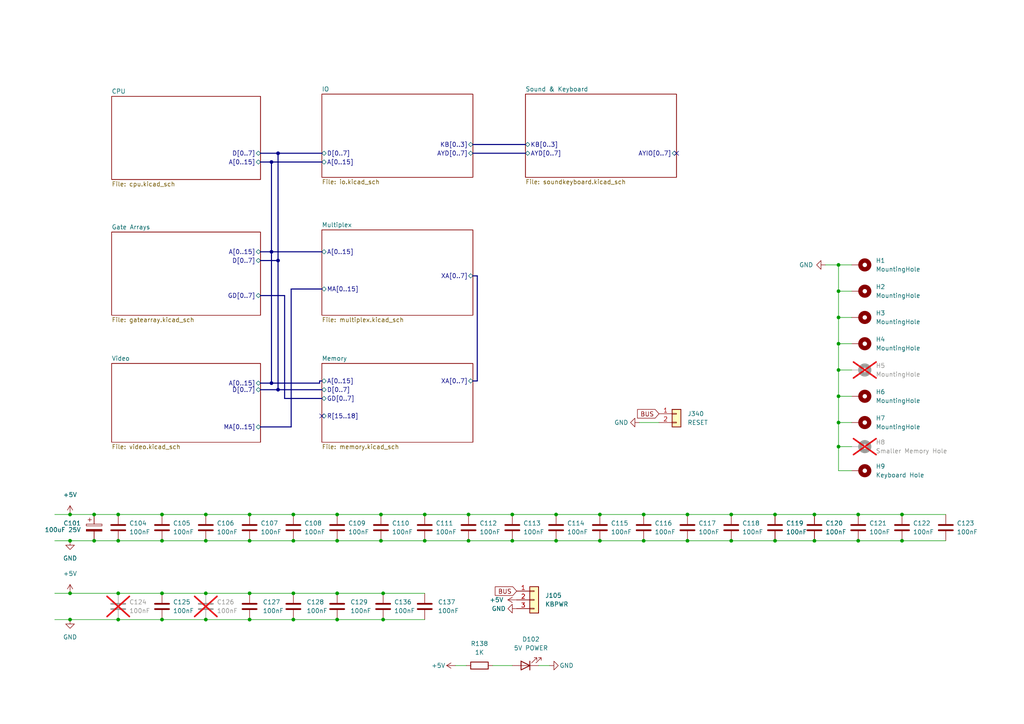
<source format=kicad_sch>
(kicad_sch (version 20230121) (generator eeschema)
  (paper "A4")
  (lib_symbols
    (symbol "Connector_Generic:Conn_01x02" (pin_names (offset 1.016) hide)
      (property "Reference" "J" (at 0 2.54 0))
      (property "Value" "Conn_01x02" (at 0 -5.08 0))
      (symbol "Conn_01x02_1_1"
        (rectangle (start -1.27 -2.413) (end 0 -2.667) (stroke (width 0.1524)))
        (rectangle (start -1.27 0.127) (end 0 -0.127) (stroke (width 0.1524)))
        (rectangle (start -1.27 1.27) (end 1.27 -3.81) (stroke (width 0.254)) (fill (type background)))
        (pin passive line (at -5.08 0 0) (length 3.81) (name "Pin_1") (number "1"))
        (pin passive line (at -5.08 -2.54 0) (length 3.81) (name "Pin_2") (number "2"))
      )
    )
    (symbol "Connector_Generic:Conn_01x03" (pin_names (offset 1.016) hide)
      (property "Reference" "J" (at 0 5.08 0))
      (property "Value" "Conn_01x03" (at 0 -5.08 0))
      (symbol "Conn_01x03_1_1"
        (rectangle (start -1.27 -2.413) (end 0 -2.667) (stroke (width 0.1524)))
        (rectangle (start -1.27 0.127) (end 0 -0.127) (stroke (width 0.1524)))
        (rectangle (start -1.27 2.667) (end 0 2.413) (stroke (width 0.1524)))
        (rectangle (start -1.27 3.81) (end 1.27 -3.81) (stroke (width 0.254)) (fill (type background)))
        (pin passive line (at -5.08 2.54 0) (length 3.81) (name "Pin_1") (number "1"))
        (pin passive line (at -5.08 0 0) (length 3.81) (name "Pin_2") (number "2"))
        (pin passive line (at -5.08 -2.54 0) (length 3.81) (name "Pin_3") (number "3"))
      )
    )
    (symbol "Device:C" (pin_numbers hide) (pin_names (offset 0.254))
      (property "Reference" "C" (at 0.635 2.54 0))
      (property "Value" "C" (at 0.635 -2.54 0))
      (symbol "C_0_1"
        (polyline (pts (xy -2.032 -0.762) (xy 2.032 -0.762)) (stroke (width 0.508)))
        (polyline (pts (xy -2.032 0.762) (xy 2.032 0.762)) (stroke (width 0.508)))
      )
      (symbol "C_1_1"
        (pin passive line (at 0 3.81 270) (length 2.794) (name "~") (number "1"))
        (pin passive line (at 0 -3.81 90) (length 2.794) (name "~") (number "2"))
      )
    )
    (symbol "Device:C_Polarized" (pin_numbers hide) (pin_names (offset 0.254))
      (property "Reference" "C" (at 0.635 2.54 0))
      (property "Value" "C_Polarized" (at 0.635 -2.54 0))
      (symbol "C_Polarized_0_1"
        (rectangle (start -2.286 0.508) (end 2.286 1.016))
        (polyline (pts (xy -1.778 2.286) (xy -0.762 2.286)))
        (polyline (pts (xy -1.27 2.794) (xy -1.27 1.778)))
        (rectangle (start 2.286 -0.508) (end -2.286 -1.016) (fill (type outline)))
      )
      (symbol "C_Polarized_1_1"
        (pin passive line (at 0 3.81 270) (length 2.794) (name "~") (number "1"))
        (pin passive line (at 0 -3.81 90) (length 2.794) (name "~") (number "2"))
      )
    )
    (symbol "Device:LED" (pin_numbers hide) (pin_names (offset 1.016) hide)
      (property "Reference" "D" (at 0 2.54 0))
      (property "Value" "LED" (at 0 -2.54 0))
      (symbol "LED_0_1"
        (polyline (pts (xy -1.27 -1.27) (xy -1.27 1.27)) (stroke (width 0.254)))
        (polyline (pts (xy -1.27 0) (xy 1.27 0)))
        (polyline (pts (xy 1.27 -1.27) (xy 1.27 1.27) (xy -1.27 0) (xy 1.27 -1.27)) (stroke (width 0.254)))
        (polyline (pts (xy -3.048 -0.762) (xy -4.572 -2.286) (xy -3.81 -2.286) (xy -4.572 -2.286) (xy -4.572 -1.524)))
        (polyline (pts (xy -1.778 -0.762) (xy -3.302 -2.286) (xy -2.54 -2.286) (xy -3.302 -2.286) (xy -3.302 -1.524)))
      )
      (symbol "LED_1_1"
        (pin passive line (at -3.81 0 0) (length 2.54) (name "K") (number "1"))
        (pin passive line (at 3.81 0 180) (length 2.54) (name "A") (number "2"))
      )
    )
    (symbol "Device:R" (pin_numbers hide) (pin_names (offset 0))
      (property "Reference" "R" (at 2.032 0 90))
      (property "Value" "R" (at 0 0 90))
      (symbol "R_0_1"
        (rectangle (start -1.016 -2.54) (end 1.016 2.54) (stroke (width 0.254)))
      )
      (symbol "R_1_1"
        (pin passive line (at 0 3.81 270) (length 1.27) (name "~") (number "1"))
        (pin passive line (at 0 -3.81 90) (length 1.27) (name "~") (number "2"))
      )
    )
    (symbol "Mechanical:MountingHole_Pad" (pin_numbers hide) (pin_names (offset 1.016) hide)
      (property "Reference" "H" (at 0 6.35 0))
      (property "Value" "MountingHole_Pad" (at 0 4.445 0))
      (symbol "MountingHole_Pad_0_1"
        (circle (center 0 1.27) (radius 1.27) (stroke (width 1.27)))
      )
      (symbol "MountingHole_Pad_1_1"
        (pin input line (at 0 -2.54 90) (length 2.54) (name "1") (number "1"))
      )
    )
    (symbol "power:+5V" (power) (pin_names (offset 0))
      (property "Value" "+5V" (at 0 3.556 0))
      (symbol "+5V_0_1"
        (polyline (pts (xy -0.762 1.27) (xy 0 2.54)))
        (polyline (pts (xy 0 0) (xy 0 2.54)))
        (polyline (pts (xy 0 2.54) (xy 0.762 1.27)))
      )
      (symbol "+5V_1_1"
        (pin power_in line (at 0 0 90) (length 0) hide (name "+5V") (number "1"))
      )
    )
    (symbol "power:GND" (power) (pin_names (offset 0))
      (property "Value" "GND" (at 0 -3.81 0))
      (symbol "GND_0_1"
        (polyline (pts (xy 0 0) (xy 0 -1.27) (xy 1.27 -1.27) (xy 0 -2.54) (xy -1.27 -1.27) (xy 0 -1.27)))
      )
      (symbol "GND_1_1"
        (pin power_in line (at 0 0 270) (length 0) hide (name "GND") (number "1"))
      )
    )
  )
  (junction (at 243.205 114.935))
  (junction (at 236.22 149.225))
  (junction (at 135.89 149.225))
  (junction (at 212.09 156.845))
  (junction (at 34.29 149.225))
  (junction (at 72.39 156.845))
  (junction (at 236.22 156.845))
  (junction (at 243.205 122.555))
  (junction (at 186.69 156.845))
  (junction (at 224.79 156.845))
  (junction (at 20.32 156.845))
  (junction (at 27.305 156.845))
  (junction (at 199.39 156.845))
  (junction (at 46.99 179.705))
  (junction (at 97.79 172.085))
  (junction (at 85.09 149.225))
  (junction (at 20.32 179.705))
  (junction (at 123.19 156.845))
  (junction (at 111.125 172.085))
  (junction (at 173.99 156.845))
  (junction (at 243.205 107.315))
  (junction (at 224.79 149.225))
  (junction (at 34.29 179.705))
  (junction (at 261.62 156.845))
  (junction (at 110.49 149.225))
  (junction (at 135.89 156.845))
  (junction (at 80.645 113.03))
  (junction (at 85.09 156.845))
  (junction (at 46.99 172.085))
  (junction (at 72.39 149.225))
  (junction (at 243.205 76.835))
  (junction (at 85.09 179.705))
  (junction (at 248.92 149.225))
  (junction (at 243.205 99.695))
  (junction (at 161.29 149.225))
  (junction (at 34.29 156.845))
  (junction (at 80.645 75.565))
  (junction (at 148.59 149.225))
  (junction (at 161.29 156.845))
  (junction (at 212.09 149.225))
  (junction (at 72.39 172.085))
  (junction (at 27.305 149.225))
  (junction (at 34.29 172.085))
  (junction (at 97.79 179.705))
  (junction (at 59.69 149.225))
  (junction (at 46.99 156.845))
  (junction (at 243.205 84.455))
  (junction (at 72.39 179.705))
  (junction (at 110.49 156.845))
  (junction (at 20.32 172.085))
  (junction (at 59.69 156.845))
  (junction (at 97.79 149.225))
  (junction (at 261.62 149.225))
  (junction (at 173.99 149.225))
  (junction (at 20.32 149.225))
  (junction (at 199.39 149.225))
  (junction (at 186.69 149.225))
  (junction (at 46.99 149.225))
  (junction (at 59.69 179.705))
  (junction (at 123.19 149.225))
  (junction (at 78.74 111.125))
  (junction (at 243.205 129.54))
  (junction (at 78.74 46.99))
  (junction (at 97.79 156.845))
  (junction (at 85.09 172.085))
  (junction (at 148.59 156.845))
  (junction (at 111.125 179.705))
  (junction (at 80.645 44.45))
  (junction (at 59.69 172.085))
  (junction (at 243.205 92.075))
  (junction (at 78.74 73.025))
  (junction (at 248.92 156.845))
  (no_connect (at 93.345 120.65))
  (no_connect (at 196.215 44.45))
  (bus (pts (xy 80.645 113.03) (xy 93.345 113.03)))
  (wire (pts (xy 123.19 156.845) (xy 135.89 156.845)))
  (bus (pts (xy 137.16 41.91) (xy 152.4 41.91)))
  (bus (pts (xy 75.565 73.025) (xy 78.74 73.025)))
  (wire (pts (xy 34.29 156.845) (xy 46.99 156.845)))
  (wire (pts (xy 72.39 156.845) (xy 85.09 156.845)))
  (wire (pts (xy 59.69 179.705) (xy 72.39 179.705)))
  (wire (pts (xy 142.875 193.04) (xy 148.59 193.04)))
  (bus (pts (xy 137.16 80.01) (xy 138.43 80.01)))
  (bus (pts (xy 78.74 73.025) (xy 93.345 73.025)))
  (wire (pts (xy 239.395 76.835) (xy 243.205 76.835)))
  (wire (pts (xy 243.205 92.075) (xy 247.015 92.075)))
  (bus (pts (xy 75.565 75.565) (xy 80.645 75.565)))
  (wire (pts (xy 34.29 149.225) (xy 46.99 149.225)))
  (wire (pts (xy 111.125 172.085) (xy 123.19 172.085)))
  (wire (pts (xy 243.205 129.54) (xy 243.205 122.555)))
  (wire (pts (xy 243.205 92.075) (xy 243.205 99.695)))
  (bus (pts (xy 78.74 111.125) (xy 92.71 111.125)))
  (wire (pts (xy 135.89 156.845) (xy 148.59 156.845)))
  (bus (pts (xy 75.565 123.825) (xy 84.455 123.825)))
  (wire (pts (xy 186.69 156.845) (xy 199.39 156.845)))
  (bus (pts (xy 138.43 110.49) (xy 137.16 110.49)))
  (wire (pts (xy 243.205 107.315) (xy 243.205 114.935)))
  (bus (pts (xy 84.455 83.82) (xy 84.455 123.825)))
  (wire (pts (xy 156.21 193.04) (xy 159.385 193.04)))
  (wire (pts (xy 15.875 179.705) (xy 20.32 179.705)))
  (bus (pts (xy 93.345 115.57) (xy 82.55 115.57)))
  (wire (pts (xy 243.205 76.835) (xy 247.015 76.835)))
  (wire (pts (xy 243.205 99.695) (xy 243.205 107.315)))
  (wire (pts (xy 15.875 172.085) (xy 20.32 172.085)))
  (wire (pts (xy 85.09 156.845) (xy 97.79 156.845)))
  (bus (pts (xy 92.71 110.49) (xy 92.71 111.125)))
  (wire (pts (xy 110.49 149.225) (xy 123.19 149.225)))
  (wire (pts (xy 20.32 149.225) (xy 27.305 149.225)))
  (wire (pts (xy 236.22 156.845) (xy 248.92 156.845)))
  (wire (pts (xy 46.99 179.705) (xy 59.69 179.705)))
  (wire (pts (xy 97.79 179.705) (xy 111.125 179.705)))
  (wire (pts (xy 34.29 179.705) (xy 46.99 179.705)))
  (wire (pts (xy 15.875 156.845) (xy 20.32 156.845)))
  (wire (pts (xy 135.89 149.225) (xy 148.59 149.225)))
  (bus (pts (xy 78.74 46.99) (xy 78.74 73.025)))
  (wire (pts (xy 20.32 156.845) (xy 27.305 156.845)))
  (wire (pts (xy 161.29 149.225) (xy 173.99 149.225)))
  (bus (pts (xy 138.43 80.01) (xy 138.43 110.49)))
  (wire (pts (xy 261.62 149.225) (xy 274.32 149.225)))
  (wire (pts (xy 236.22 149.225) (xy 248.92 149.225)))
  (bus (pts (xy 80.645 75.565) (xy 80.645 113.03)))
  (wire (pts (xy 27.305 156.845) (xy 34.29 156.845)))
  (wire (pts (xy 46.99 149.225) (xy 59.69 149.225)))
  (wire (pts (xy 85.09 149.225) (xy 97.79 149.225)))
  (wire (pts (xy 135.255 193.04) (xy 132.08 193.04)))
  (wire (pts (xy 243.205 114.935) (xy 247.015 114.935)))
  (bus (pts (xy 75.565 113.03) (xy 80.645 113.03)))
  (wire (pts (xy 261.62 156.845) (xy 274.32 156.845)))
  (wire (pts (xy 199.39 149.225) (xy 212.09 149.225)))
  (wire (pts (xy 97.79 149.225) (xy 110.49 149.225)))
  (bus (pts (xy 82.55 115.57) (xy 82.55 85.725)))
  (wire (pts (xy 111.125 179.705) (xy 123.19 179.705)))
  (wire (pts (xy 186.69 149.225) (xy 199.39 149.225)))
  (wire (pts (xy 173.99 156.845) (xy 186.69 156.845)))
  (bus (pts (xy 78.74 111.125) (xy 75.565 111.125)))
  (wire (pts (xy 173.99 149.225) (xy 186.69 149.225)))
  (wire (pts (xy 248.92 149.225) (xy 261.62 149.225)))
  (bus (pts (xy 80.645 75.565) (xy 80.645 44.45)))
  (wire (pts (xy 97.79 172.085) (xy 111.125 172.085)))
  (wire (pts (xy 27.305 149.225) (xy 34.29 149.225)))
  (wire (pts (xy 212.09 149.225) (xy 224.79 149.225)))
  (wire (pts (xy 85.09 172.085) (xy 97.79 172.085)))
  (wire (pts (xy 123.19 149.225) (xy 135.89 149.225)))
  (bus (pts (xy 93.345 83.82) (xy 84.455 83.82)))
  (wire (pts (xy 46.99 172.085) (xy 59.69 172.085)))
  (wire (pts (xy 243.205 136.525) (xy 243.205 129.54)))
  (wire (pts (xy 20.32 179.705) (xy 34.29 179.705)))
  (wire (pts (xy 243.205 84.455) (xy 247.015 84.455)))
  (wire (pts (xy 148.59 156.845) (xy 161.29 156.845)))
  (bus (pts (xy 80.645 44.45) (xy 93.345 44.45)))
  (wire (pts (xy 72.39 179.705) (xy 85.09 179.705)))
  (bus (pts (xy 78.74 73.025) (xy 78.74 111.125)))
  (wire (pts (xy 248.92 156.845) (xy 261.62 156.845)))
  (wire (pts (xy 199.39 156.845) (xy 212.09 156.845)))
  (wire (pts (xy 72.39 149.225) (xy 85.09 149.225)))
  (wire (pts (xy 212.09 156.845) (xy 224.79 156.845)))
  (bus (pts (xy 137.16 44.45) (xy 152.4 44.45)))
  (wire (pts (xy 110.49 156.845) (xy 123.19 156.845)))
  (wire (pts (xy 161.29 156.845) (xy 173.99 156.845)))
  (wire (pts (xy 243.205 122.555) (xy 247.015 122.555)))
  (wire (pts (xy 97.79 156.845) (xy 110.49 156.845)))
  (wire (pts (xy 85.09 179.705) (xy 97.79 179.705)))
  (wire (pts (xy 243.205 107.315) (xy 247.015 107.315)))
  (wire (pts (xy 224.79 156.845) (xy 236.22 156.845)))
  (wire (pts (xy 20.32 172.085) (xy 34.29 172.085)))
  (wire (pts (xy 148.59 149.225) (xy 161.29 149.225)))
  (wire (pts (xy 243.205 114.935) (xy 243.205 122.555)))
  (wire (pts (xy 247.015 136.525) (xy 243.205 136.525)))
  (bus (pts (xy 75.565 85.725) (xy 82.55 85.725)))
  (bus (pts (xy 92.71 110.49) (xy 93.345 110.49)))
  (wire (pts (xy 15.875 149.225) (xy 20.32 149.225)))
  (wire (pts (xy 185.42 122.555) (xy 191.135 122.555)))
  (wire (pts (xy 243.205 76.835) (xy 243.205 84.455)))
  (bus (pts (xy 75.565 44.45) (xy 80.645 44.45)))
  (wire (pts (xy 34.29 172.085) (xy 46.99 172.085)))
  (bus (pts (xy 75.565 46.99) (xy 78.74 46.99)))
  (wire (pts (xy 59.69 172.085) (xy 72.39 172.085)))
  (bus (pts (xy 78.74 46.99) (xy 93.345 46.99)))
  (wire (pts (xy 72.39 172.085) (xy 85.09 172.085)))
  (wire (pts (xy 59.69 149.225) (xy 72.39 149.225)))
  (wire (pts (xy 243.205 84.455) (xy 243.205 92.075)))
  (wire (pts (xy 46.99 156.845) (xy 59.69 156.845)))
  (wire (pts (xy 59.69 156.845) (xy 72.39 156.845)))
  (wire (pts (xy 224.79 149.225) (xy 236.22 149.225)))
  (wire (pts (xy 243.205 99.695) (xy 247.015 99.695)))
  (wire (pts (xy 247.015 129.54) (xy 243.205 129.54)))
  (global_label "BUS" (shape input) (at 149.86 171.45 180) (property "Intersheetrefs" "${INTERSHEET_REFS}" (effects hide)))
  (global_label "BUS" (shape input) (at 191.135 120.015 180) (property "Intersheetrefs" "${INTERSHEET_REFS}" (effects hide)))
  (symbol (lib_id "power:GND") (at 159.385 193.04 90) (unit 1)
    (property "Reference" "#PWR0208" (effects hide))
    (property "Value" "GND" (at 166.37 193.04 90) (effects (justify left)))
  )
  (symbol (lib_id "power:GND") (at 239.395 76.835 270) (unit 1)
    (property "Reference" "#PWR0140" (effects hide))
    (property "Value" "GND" (at 231.775 76.835 90) (effects (justify left)))
  )
  (symbol (lib_id "Device:C") (at 173.99 153.035 0) (unit 1)
    (property "Reference" "C115" (at 177.165 151.7649 0) (effects (justify left)))
    (property "Value" "100nF" (at 177.165 154.3049 0) (effects (justify left)))
    (property "Footprint" "Capacitor_SMD:C_0805_2012Metric" (effects hide))
    (property "LCSC" "C49678" (effects hide))
  )
  (symbol (lib_id "power:+5V") (at 20.32 149.225 0) (unit 1)
    (property "Reference" "#PWR0119" (effects hide))
    (property "Value" "+5V" (at 20.32 143.51 0))
  )
  (symbol (lib_id "Device:C") (at 46.99 175.895 0) (unit 1)
    (property "Reference" "C125" (at 50.165 174.6249 0) (effects (justify left)))
    (property "Value" "100nF" (at 50.165 177.1649 0) (effects (justify left)))
    (property "Footprint" "Capacitor_SMD:C_0805_2012Metric" (effects hide))
    (property "LCSC" "C49678" (effects hide))
  )
  (symbol (lib_id "Mechanical:MountingHole_Pad") (at 249.555 136.525 270) (unit 1)
    (property "Reference" "H9" (at 254 135.2549 90) (effects (justify left)))
    (property "Value" "Keyboard Hole" (at 254 137.7949 90) (effects (justify left)))
    (property "Footprint" "MountingHole:MountingHole_2.7mm_M2.5_ISO14580_Pad" (effects hide))
  )
  (symbol (lib_id "Device:C") (at 110.49 153.035 0) (unit 1)
    (property "Reference" "C110" (at 113.665 151.7649 0) (effects (justify left)))
    (property "Value" "100nF" (at 113.665 154.3049 0) (effects (justify left)))
    (property "Footprint" "Capacitor_SMD:C_0805_2012Metric" (effects hide))
    (property "LCSC" "C49678" (effects hide))
  )
  (symbol (lib_id "Mechanical:MountingHole_Pad") (at 249.555 122.555 270) (unit 1)
    (property "Reference" "H7" (at 254 121.2849 90) (effects (justify left)))
    (property "Value" "MountingHole" (at 254 123.8249 90) (effects (justify left)))
    (property "Footprint" "MountingHole:MountingHole_2.7mm_M2.5_ISO14580_Pad" (effects hide))
  )
  (symbol (lib_id "power:GND") (at 149.86 176.53 270) (mirror x) (unit 1)
    (property "Reference" "#PWR0124" (effects hide))
    (property "Value" "GND" (at 146.685 176.5299 90) (effects (justify right)))
  )
  (symbol (lib_id "Device:C") (at 236.22 153.035 0) (unit 1)
    (property "Reference" "C120" (at 239.395 151.7649 0) (effects (justify left)))
    (property "Value" "100nF" (at 239.395 154.3049 0) (effects (justify left)))
    (property "Footprint" "Capacitor_SMD:C_0805_2012Metric" (effects hide))
    (property "LCSC" "C49678" (effects hide))
  )
  (symbol (lib_id "Device:C") (at 161.29 153.035 0) (unit 1)
    (property "Reference" "C114" (at 164.465 151.7649 0) (effects (justify left)))
    (property "Value" "100nF" (at 164.465 154.3049 0) (effects (justify left)))
    (property "Footprint" "Capacitor_SMD:C_0805_2012Metric" (effects hide))
    (property "LCSC" "C49678" (effects hide))
  )
  (symbol (lib_id "Device:C") (at 72.39 175.895 0) (unit 1)
    (property "Reference" "C127" (at 76.2 174.6249 0) (effects (justify left)))
    (property "Value" "100nF" (at 76.2 177.1649 0) (effects (justify left)))
    (property "Footprint" "Capacitor_SMD:C_0805_2012Metric" (effects hide))
    (property "LCSC" "C49678" (effects hide))
  )
  (symbol (lib_id "power:+5V") (at 20.32 172.085 0) (unit 1)
    (property "Reference" "#PWR0117" (effects hide))
    (property "Value" "+5V" (at 20.32 166.37 0))
  )
  (symbol (lib_id "Device:C") (at 212.09 153.035 0) (unit 1) (on_board no)
    (property "Reference" "C118" (at 215.265 151.7649 0) (effects (justify left)))
    (property "Value" "100nF" (at 215.265 154.3049 0) (effects (justify left)))
    (property "Footprint" "Capacitor_SMD:C_0805_2012Metric" (effects hide))
    (property "LCSC" "C49678" (effects hide))
  )
  (symbol (lib_id "Mechanical:MountingHole_Pad") (at 249.555 92.075 270) (unit 1)
    (property "Reference" "H3" (at 254 90.8049 90) (effects (justify left)))
    (property "Value" "MountingHole" (at 254 93.3449 90) (effects (justify left)))
    (property "Footprint" "MountingHole:MountingHole_2.7mm_M2.5_ISO14580_Pad" (effects hide))
  )
  (symbol (lib_id "Mechanical:MountingHole_Pad") (at 249.555 84.455 270) (unit 1)
    (property "Reference" "H2" (at 254 83.1849 90) (effects (justify left)))
    (property "Value" "MountingHole" (at 254 85.7249 90) (effects (justify left)))
    (property "Footprint" "MountingHole:MountingHole_2.7mm_M2.5_ISO14580_Pad" (effects hide))
  )
  (symbol (lib_id "Device:C") (at 224.79 153.035 0) (unit 1)
    (property "Reference" "C119" (at 227.965 151.7649 0) (effects (justify left)))
    (property "Value" "100nF" (at 227.965 154.3049 0) (effects (justify left)))
    (property "Footprint" "Capacitor_SMD:C_0805_2012Metric" (effects hide))
    (property "LCSC" "C49678" (effects hide))
  )
  (symbol (lib_id "Device:C") (at 97.79 153.035 0) (unit 1)
    (property "Reference" "C109" (at 100.965 151.7649 0) (effects (justify left)))
    (property "Value" "100nF" (at 100.965 154.3049 0) (effects (justify left)))
    (property "Footprint" "Capacitor_SMD:C_0805_2012Metric" (effects hide))
    (property "LCSC" "C49678" (effects hide))
  )
  (symbol (lib_id "Connector_Generic:Conn_01x03") (at 154.94 173.99 0) (unit 1)
    (property "Reference" "J105" (at 158.115 172.7199 0) (effects (justify left)))
    (property "Value" "KBPWR" (at 158.115 175.2599 0) (effects (justify left)))
    (property "Footprint" "Connector_PinHeader_2.54mm:PinHeader_1x03_P2.54mm_Vertical" (effects hide))
  )
  (symbol (lib_id "power:+5V") (at 132.08 193.04 90) (unit 1)
    (property "Reference" "#PWR0207" (effects hide))
    (property "Value" "+5V" (at 125.095 193.04 90) (effects (justify right)))
  )
  (symbol (lib_id "power:GND") (at 20.32 156.845 0) (unit 1)
    (property "Reference" "#PWR0116" (effects hide))
    (property "Value" "GND" (at 20.32 161.925 0))
  )
  (symbol (lib_id "Device:C") (at 123.19 175.895 0) (unit 1)
    (property "Reference" "C137" (at 127 174.6249 0) (effects (justify left)))
    (property "Value" "100nF" (at 127 177.1649 0) (effects (justify left)))
    (property "Footprint" "Capacitor_SMD:C_0805_2012Metric" (effects hide))
    (property "LCSC" "C49678" (effects hide))
  )
  (symbol (lib_id "Device:C_Polarized") (at 27.305 153.035 0) (unit 1)
    (property "Reference" "C101" (at 23.495 151.765 0) (effects (justify right)))
    (property "Value" "100uF 25V" (at 23.495 153.67 0) (effects (justify right)))
    (property "Footprint" "Capacitor_THT:CP_Radial_D5.0mm_P2.50mm" (effects hide))
  )
  (symbol (lib_id "Mechanical:MountingHole_Pad") (at 249.555 129.54 270) (unit 1) (in_bom no) (on_board no) (dnp yes)
    (property "Reference" "H8" (at 254 128.2699 90) (effects (justify left)))
    (property "Value" "Smaller Memory Hole" (at 254 130.8099 90) (effects (justify left)))
    (property "Footprint" "MountingHole:MountingHole_2.2mm_M2_DIN965_Pad" (effects hide))
    (property "Sim.Enable" "0" (effects hide))
  )
  (symbol (lib_id "Mechanical:MountingHole_Pad") (at 249.555 76.835 270) (unit 1)
    (property "Reference" "H1" (at 254 75.5649 90) (effects (justify left)))
    (property "Value" "MountingHole" (at 254 78.1049 90) (effects (justify left)))
    (property "Footprint" "MountingHole:MountingHole_2.7mm_M2.5_ISO14580_Pad" (effects hide))
  )
  (symbol (lib_id "Device:C") (at 199.39 153.035 0) (unit 1)
    (property "Reference" "C117" (at 202.565 151.7649 0) (effects (justify left)))
    (property "Value" "100nF" (at 202.565 154.3049 0) (effects (justify left)))
    (property "Footprint" "Capacitor_SMD:C_0805_2012Metric" (effects hide))
    (property "LCSC" "C49678" (effects hide))
  )
  (symbol (lib_id "Device:C") (at 123.19 153.035 0) (unit 1)
    (property "Reference" "C111" (at 126.365 151.7649 0) (effects (justify left)))
    (property "Value" "100nF" (at 126.365 154.3049 0) (effects (justify left)))
    (property "Footprint" "Capacitor_SMD:C_0805_2012Metric" (effects hide))
    (property "LCSC" "C49678" (effects hide))
  )
  (symbol (lib_id "Device:C") (at 135.89 153.035 0) (unit 1)
    (property "Reference" "C112" (at 139.065 151.7649 0) (effects (justify left)))
    (property "Value" "100nF" (at 139.065 154.3049 0) (effects (justify left)))
    (property "Footprint" "Capacitor_SMD:C_0805_2012Metric" (effects hide))
    (property "LCSC" "C49678" (effects hide))
  )
  (symbol (lib_id "Mechanical:MountingHole_Pad") (at 249.555 107.315 270) (unit 1) (in_bom no) (on_board no) (dnp yes)
    (property "Reference" "H5" (at 254 106.0449 90) (effects (justify left)))
    (property "Value" "MountingHole" (at 254 108.5849 90) (effects (justify left)))
    (property "Footprint" "MountingHole:MountingHole_2.7mm_M2.5_ISO14580_Pad" (effects hide))
    (property "Sim.Enable" "0" (effects hide))
  )
  (symbol (lib_id "Mechanical:MountingHole_Pad") (at 249.555 99.695 270) (unit 1)
    (property "Reference" "H4" (at 254 98.4249 90) (effects (justify left)))
    (property "Value" "MountingHole" (at 254 100.9649 90) (effects (justify left)))
    (property "Footprint" "MountingHole:MountingHole_2.7mm_M2.5_ISO14580_Pad" (effects hide))
  )
  (symbol (lib_id "Device:C") (at 248.92 153.035 0) (unit 1)
    (property "Reference" "C121" (at 252.095 151.7649 0) (effects (justify left)))
    (property "Value" "100nF" (at 252.095 154.3049 0) (effects (justify left)))
    (property "Footprint" "Capacitor_SMD:C_0805_2012Metric" (effects hide))
    (property "LCSC" "C49678" (effects hide))
  )
  (symbol (lib_id "Device:C") (at 111.125 175.895 0) (unit 1)
    (property "Reference" "C136" (at 114.3 174.6249 0) (effects (justify left)))
    (property "Value" "100nF" (at 114.3 177.1649 0) (effects (justify left)))
    (property "Footprint" "Capacitor_SMD:C_0805_2012Metric" (effects hide))
    (property "LCSC" "C49678" (effects hide))
  )
  (symbol (lib_id "Device:C") (at 186.69 153.035 0) (unit 1)
    (property "Reference" "C116" (at 189.865 151.7649 0) (effects (justify left)))
    (property "Value" "100nF" (at 189.865 154.3049 0) (effects (justify left)))
    (property "Footprint" "Capacitor_SMD:C_0805_2012Metric" (effects hide))
    (property "LCSC" "C49678" (effects hide))
  )
  (symbol (lib_id "Device:C") (at 34.29 153.035 0) (unit 1)
    (property "Reference" "C104" (at 37.465 151.7649 0) (effects (justify left)))
    (property "Value" "100nF" (at 37.465 154.3049 0) (effects (justify left)))
    (property "Footprint" "Capacitor_SMD:C_0805_2012Metric" (effects hide))
    (property "LCSC" "C49678" (effects hide))
  )
  (symbol (lib_id "Device:LED") (at 152.4 193.04 180) (unit 1)
    (property "Reference" "D102" (at 153.9875 185.42 0))
    (property "Value" "5V POWER" (at 153.9875 187.96 0))
    (property "Footprint" "LED_SMD:LED_1206_3216Metric" (effects hide))
  )
  (symbol (lib_id "Device:C") (at 261.62 153.035 0) (unit 1)
    (property "Reference" "C122" (at 264.795 151.7649 0) (effects (justify left)))
    (property "Value" "100nF" (at 264.795 154.3049 0) (effects (justify left)))
    (property "Footprint" "Capacitor_SMD:C_0805_2012Metric" (effects hide))
    (property "LCSC" "C49678" (effects hide))
  )
  (symbol (lib_id "Device:C") (at 85.09 175.895 0) (unit 1)
    (property "Reference" "C128" (at 88.9 174.6249 0) (effects (justify left)))
    (property "Value" "100nF" (at 88.9 177.1649 0) (effects (justify left)))
    (property "Footprint" "Capacitor_SMD:C_0805_2012Metric" (effects hide))
    (property "LCSC" "C49678" (effects hide))
  )
  (symbol (lib_id "power:+5V") (at 149.86 173.99 90) (mirror x) (unit 1)
    (property "Reference" "#PWR0126" (effects hide))
    (property "Value" "+5V" (at 146.05 173.9899 90) (effects (justify left)))
  )
  (symbol (lib_id "power:GND") (at 20.32 179.705 0) (unit 1)
    (property "Reference" "#PWR0118" (effects hide))
    (property "Value" "GND" (at 20.32 184.785 0))
  )
  (symbol (lib_id "Device:C") (at 85.09 153.035 0) (unit 1)
    (property "Reference" "C108" (at 88.265 151.7649 0) (effects (justify left)))
    (property "Value" "100nF" (at 88.265 154.3049 0) (effects (justify left)))
    (property "Footprint" "Capacitor_SMD:C_0805_2012Metric" (effects hide))
    (property "LCSC" "C49678" (effects hide))
  )
  (symbol (lib_id "Device:C") (at 274.32 153.035 0) (unit 1)
    (property "Reference" "C123" (at 277.495 151.7649 0) (effects (justify left)))
    (property "Value" "100nF" (at 277.495 154.3049 0) (effects (justify left)))
    (property "Footprint" "Capacitor_SMD:C_0805_2012Metric" (effects hide))
    (property "LCSC" "C49678" (effects hide))
  )
  (symbol (lib_id "Mechanical:MountingHole_Pad") (at 249.555 114.935 270) (unit 1)
    (property "Reference" "H6" (at 254 113.6649 90) (effects (justify left)))
    (property "Value" "MountingHole" (at 254 116.2049 90) (effects (justify left)))
    (property "Footprint" "MountingHole:MountingHole_2.7mm_M2.5_ISO14580_Pad" (effects hide))
  )
  (symbol (lib_id "Device:C") (at 97.79 175.895 0) (unit 1)
    (property "Reference" "C129" (at 101.6 174.6249 0) (effects (justify left)))
    (property "Value" "100nF" (at 101.6 177.1649 0) (effects (justify left)))
    (property "Footprint" "Capacitor_SMD:C_0805_2012Metric" (effects hide))
    (property "LCSC" "C49678" (effects hide))
  )
  (symbol (lib_id "Device:C") (at 72.39 153.035 0) (unit 1)
    (property "Reference" "C107" (at 75.565 151.7649 0) (effects (justify left)))
    (property "Value" "100nF" (at 75.565 154.3049 0) (effects (justify left)))
    (property "Footprint" "Capacitor_SMD:C_0805_2012Metric" (effects hide))
    (property "LCSC" "C49678" (effects hide))
  )
  (symbol (lib_id "Device:R") (at 139.065 193.04 270) (mirror x) (unit 1)
    (property "Reference" "R138" (at 139.065 186.69 90))
    (property "Value" "1K" (at 139.065 189.23 90))
    (property "Footprint" "Resistor_SMD:R_0805_2012Metric" (effects hide))
  )
  (symbol (lib_id "Device:C") (at 46.99 153.035 0) (unit 1)
    (property "Reference" "C105" (at 50.165 151.7649 0) (effects (justify left)))
    (property "Value" "100nF" (at 50.165 154.3049 0) (effects (justify left)))
    (property "Footprint" "Capacitor_SMD:C_0805_2012Metric" (effects hide))
    (property "LCSC" "C49678" (effects hide))
  )
  (symbol (lib_id "Device:C") (at 59.69 175.895 0) (unit 1) (in_bom no) (on_board no) (dnp yes)
    (property "Reference" "C126" (at 62.865 174.6249 0) (effects (justify left)))
    (property "Value" "100nF" (at 62.865 177.1649 0) (effects (justify left)))
    (property "Footprint" "Capacitor_SMD:C_0805_2012Metric" (effects hide))
    (property "LCSC" "C49678" (effects hide))
    (property "Sim.Enable" "0" (effects hide))
  )
  (symbol (lib_id "Device:C") (at 59.69 153.035 0) (unit 1)
    (property "Reference" "C106" (at 62.865 151.7649 0) (effects (justify left)))
    (property "Value" "100nF" (at 62.865 154.3049 0) (effects (justify left)))
    (property "Footprint" "Capacitor_SMD:C_0805_2012Metric" (effects hide))
    (property "LCSC" "C49678" (effects hide))
  )
  (symbol (lib_id "Device:C") (at 34.29 175.895 0) (unit 1) (in_bom no) (on_board no) (dnp yes)
    (property "Reference" "C124" (at 37.465 174.6249 0) (effects (justify left)))
    (property "Value" "100nF" (at 37.465 177.1649 0) (effects (justify left)))
    (property "Footprint" "Capacitor_SMD:C_0805_2012Metric" (effects hide))
    (property "LCSC" "C49678" (effects hide))
    (property "Sim.Enable" "0" (effects hide))
  )
  (symbol (lib_id "power:GND") (at 185.42 122.555 270) (mirror x) (unit 1)
    (property "Reference" "#PWR0221" (effects hide))
    (property "Value" "GND" (at 182.245 122.5549 90) (effects (justify right)))
  )
  (symbol (lib_id "Device:C") (at 148.59 153.035 0) (unit 1)
    (property "Reference" "C113" (at 151.765 151.7649 0) (effects (justify left)))
    (property "Value" "100nF" (at 151.765 154.3049 0) (effects (justify left)))
    (property "Footprint" "Capacitor_SMD:C_0805_2012Metric" (effects hide))
    (property "LCSC" "C49678" (effects hide))
  )
  (symbol (lib_id "Connector_Generic:Conn_01x02") (at 196.215 120.015 0) (unit 1)
    (property "Reference" "J340" (at 199.39 120.0149 0) (effects (justify left)))
    (property "Value" "RESET" (at 199.39 122.5549 0) (effects (justify left)))
    (property "Footprint" "Connector_PinHeader_2.54mm:PinHeader_1x02_P2.54mm_Vertical" (effects hide))
  )
  (sheet (at 93.345 27.305) (size 43.815 24.13) (stroke (width 0.1524))
    (property "Sheetname" "IO" (at 93.345 26.5934 0) (effects (justify left bottom)))
    (property "Sheetfile" "io.kicad_sch" (at 93.345 52.0196 0) (effects (justify left top)))
    (pin "A[0..15]" bidirectional (at 93.345 46.99 180))
    (pin "D[0..7]" bidirectional (at 93.345 44.45 180))
    (pin "AYD[0..7]" bidirectional (at 137.16 44.45 0))
    (pin "KB[0..3]" bidirectional (at 137.16 41.91 0))
  )
  (sheet (at 32.385 105.41) (size 43.18 22.86) (stroke (width 0.1524))
    (property "Sheetname" "Video" (at 32.385 104.6984 0) (effects (justify left bottom)))
    (property "Sheetfile" "video.kicad_sch" (at 32.385 128.8546 0) (effects (justify left top)))
    (pin "MA[0..15]" bidirectional (at 75.565 123.825 0))
    (pin "A[0..15]" bidirectional (at 75.565 111.125 0))
    (pin "D[0..7]" bidirectional (at 75.565 113.03 0))
  )
  (sheet (at 32.385 67.31) (size 43.18 24.13) (stroke (width 0.1524))
    (property "Sheetname" "Gate Arrays" (at 32.385 66.5984 0) (effects (justify left bottom)))
    (property "Sheetfile" "gatearray.kicad_sch" (at 32.385 92.0246 0) (effects (justify left top)))
    (pin "A[0..15]" bidirectional (at 75.565 73.025 0))
    (pin "GD[0..7]" bidirectional (at 75.565 85.725 0))
    (pin "D[0..7]" bidirectional (at 75.565 75.565 0))
  )
  (sheet (at 32.385 27.94) (size 43.18 24.13) (stroke (width 0.1524))
    (property "Sheetname" "CPU" (at 32.385 27.2284 0) (effects (justify left bottom)))
    (property "Sheetfile" "cpu.kicad_sch" (at 32.385 52.6546 0) (effects (justify left top)))
    (pin "D[0..7]" bidirectional (at 75.565 44.45 0))
    (pin "A[0..15]" bidirectional (at 75.565 46.99 0))
  )
  (sheet (at 152.4 27.305) (size 43.815 24.13) (stroke (width 0.1524))
    (property "Sheetname" "Sound & Keyboard" (at 152.4 26.5934 0) (effects (justify left bottom)))
    (property "Sheetfile" "soundkeyboard.kicad_sch" (at 152.4 52.0196 0) (effects (justify left top)))
    (pin "AYD[0..7]" bidirectional (at 152.4 44.45 180))
    (pin "KB[0..3]" bidirectional (at 152.4 41.91 180))
    (pin "AYIO[0..7]" bidirectional (at 196.215 44.45 0))
  )
  (sheet (at 93.345 105.41) (size 43.815 22.86) (stroke (width 0.1524))
    (property "Sheetname" "Memory" (at 93.345 104.6984 0) (effects (justify left bottom)))
    (property "Sheetfile" "memory.kicad_sch" (at 93.345 128.8546 0) (effects (justify left top)))
    (pin "GD[0..7]" bidirectional (at 93.345 115.57 180))
    (pin "D[0..7]" bidirectional (at 93.345 113.03 180))
    (pin "A[0..15]" bidirectional (at 93.345 110.49 180))
    (pin "XA[0..7]" bidirectional (at 137.16 110.49 0))
    (pin "R[15..18]" bidirectional (at 93.345 120.65 180))
  )
  (sheet (at 93.345 66.675) (size 43.815 24.765) (stroke (width 0.1524))
    (property "Sheetname" "Multiplex" (at 93.345 65.9634 0) (effects (justify left bottom)))
    (property "Sheetfile" "multiplex.kicad_sch" (at 93.345 92.0246 0) (effects (justify left top)))
    (pin "A[0..15]" bidirectional (at 93.345 73.025 180))
    (pin "XA[0..7]" bidirectional (at 137.16 80.01 0))
    (pin "MA[0..15]" bidirectional (at 93.345 83.82 180))
  )
)
</source>
